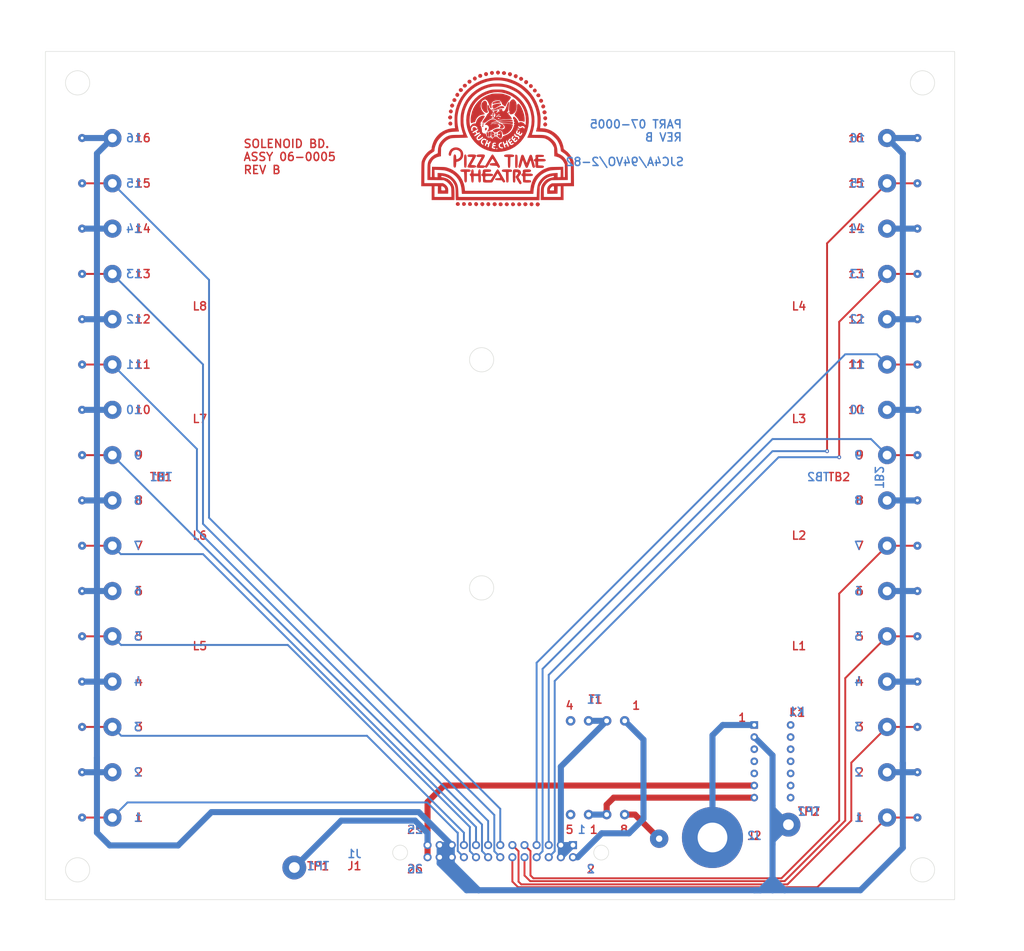
<source format=kicad_pcb>
(kicad_pcb (version 20221018) (generator pcbnew)
  (layers (0 "F.Cu" signal) (31 "B.Cu" signal) (34 "B.Paste" user) (35 "F.Paste" user) (36 "B.SilkS" user "B.Silkscreen") (37 "F.SilkS" user "F.Silkscreen") (38 "B.Mask" user) (39 "F.Mask" user) (44 "Edge.Cuts" user))
  (net 0 "")
  (net 1 "SIGNAL GND.")
  (net 2 "AUDIO")
  (net 3 "SC6")
  (net 4 "SC5")
  (net 5 "SC4")
  (net 6 "SC3")
  (net 7 "SC2")
  (net 8 "SC1")
  (net 9 "LC2")
  (net 10 "LC1")
  (net 11 "CC8")
  (net 12 "CC7")
  (net 13 "CC6")
  (net 14 "CC5")
  (net 15 "CC4")
  (net 16 "CC3")
  (net 17 "CC2")
  (net 18 "CC1")
  (net 19 "+24VDC")
  (net 20 "24R")
  (net 21 "Net-(J2-Ext)")
  (net 22 "Net-(K1-Pad7)")
  (net 25 "Net-(J2-In)")
  (footprint "TerminalBlock_Dinkle:TerminalBlock_Dinkle_DT-55-B01X-16_P10.00mm" (layer "F.Cu") (at 14.04 160.65 90)
    (fp_text reference "TB1")
    (fp_text value "Conn_01x16_Pin")
  )
  (footprint "Package_DIP:DIP-14_W7.62mm" (layer "F.Cu") (at 148.57 141.24)
    (fp_text reference "K1")
    (fp_text value "DIP relay")
  )
  (footprint "TerminalBlock_Dinkle:TerminalBlock_Dinkle_DT-55-B01X-16_P10.00mm" (layer "F.Cu") (at 176.41 160.65 90)
    (fp_text reference "TB2")
    (fp_text value "Conn_01x16_Pin")
  )
  (footprint "Evan's parts:PTT white_2" (layer "F.Cu") (at 93.77 18.28)
    (fp_text reference "G***" hide)
    (fp_text value "LOGO" hide)
  )
  (footprint "Transformer_THT:Transformer_Coilcraft_Q4434-B_Rhombus-T1311" (layer "F.Cu") (at 121.41 140.37 180)
    (fp_text reference "T1")
    (fp_text value "Transformer_SP_2S")
  )
  (footprint "Connector_Audio:Jack_6.35mm_Neutrik_NJ2FD-V_Vertical" (layer "F.Cu") (at 139.81 165.09)
    (fp_text reference "J2")
    (fp_text value "Conn_Coaxial")
  )
  (footprint "Connector_PinHeader_2.54mm:PinHeader_2x13_P2.54mm_Horizontal" (layer "F.Cu") (at 110.57 166.43 -90)
    (fp_text reference "J1")
    (fp_text value "character connector")
  )
  (footprint "TestPoint:TestPoint_Plated_Hole_D3.0mm" (layer "F.Cu") (at 155.73 162.15)
    (fp_text reference "TP2")
    (fp_text value "24v")
  )
  (footprint "TestPoint:TestPoint_Plated_Hole_D3.0mm" (layer "F.Cu") (at 52.16 171.13)
    (fp_text reference "TP1")
    (fp_text value "GND")
  )
  (gr_circle (center 91.42 64.65) (end 93.96 64.65) (stroke (width 0.1)) (fill none) (layer "Edge.Cuts"))
  (gr_circle (center 74.34 168) (end 75.9 168) (stroke (width 0.1)) (fill none) (layer "Edge.Cuts"))
  (gr_rect (start 0 0) (end 190.57 177.87) (stroke (width 0.1)) (fill none) (layer "Edge.Cuts"))
  (gr_circle (center 6.74 6.58) (end 9.28 6.58) (stroke (width 0.1)) (fill none) (layer "Edge.Cuts"))
  (gr_circle (center 116.49 168) (end 118.05 168) (stroke (width 0.1)) (fill none) (layer "Edge.Cuts"))
  (gr_circle (center 91.42 112.49) (end 93.96 112.49) (stroke (width 0.1)) (fill none) (layer "Edge.Cuts"))
  (gr_circle (center 183.83 171.62) (end 186.37 171.62) (stroke (width 0.1)) (fill none) (layer "Edge.Cuts"))
  (gr_circle (center 183.83 6.58) (end 186.37 6.58) (stroke (width 0.1)) (fill none) (layer "Edge.Cuts"))
  (gr_circle (center 6.74 171.62) (end 9.28 171.62) (stroke (width 0.1)) (fill none) (layer "Edge.Cuts"))
  (gr_text "14" (at 169.89 37.15) (layer "F.Cu") (effects (font (size 1.7 1.7) (thickness 0.3) bold)))
  (gr_text "11" (at 169.89 65.65) (layer "F.Cu") (effects (font (size 1.7 1.7) (thickness 0.3) bold)))
  (gr_text "L6" (at 32.36 101.5) (layer "F.Cu") (effects (font (size 1.7 1.7) (thickness 0.3) bold)))
  (gr_text "L3" (at 157.94 77.03) (layer "F.Cu") (effects (font (size 1.7 1.7) (thickness 0.3) bold)))
  (gr_text "6" (at 19.610476 113.15) (layer "F.Cu") (effects (font (size 1.7 1.7) (thickness 0.3) bold)))
  (gr_text "7" (at 19.610476 103.65) (layer "F.Cu") (effects (font (size 1.7 1.7) (thickness 0.3) bold)))
  (gr_text "16" (at 20.42 18.15) (layer "F.Cu") (effects (font (size 1.7 1.7) (thickness 0.3) bold)))
  (gr_text "SOLENOID BD.\nASSY 06-0005\nREV B" (at 41.37 25.82) (layer "F.Cu") (effects (font (size 1.7 1.7) (thickness 0.3) bold) (justify left bottom)))
  (gr_text "5" (at 170.699524 122.65) (layer "F.Cu") (effects (font (size 1.7 1.7) (thickness 0.3) bold)))
  (gr_text "26" (at 77.47 171.45) (layer "F.Cu") (effects (font (size 1.7 1.7) (thickness 0.3) bold)))
  (gr_text "L8" (at 32.36 53.42) (layer "F.Cu") (effects (font (size 1.7 1.7) (thickness 0.3) bold)))
  (gr_text "1" (at 114.935 163.195) (layer "F.Cu") (effects (font (size 1.7 1.7) (thickness 0.3) bold)))
  (gr_text "4" (at 109.855 137.16) (layer "F.Cu") (effects (font (size 1.7 1.7) (thickness 0.3) bold)))
  (gr_text "4" (at 170.699524 132.15) (layer "F.Cu") (effects (font (size 1.7 1.7) (thickness 0.3) bold)))
  (gr_text "13" (at 20.42 46.65) (layer "F.Cu") (effects (font (size 1.7 1.7) (thickness 0.3) bold)))
  (gr_text "1" (at 123.825 137.16) (layer "F.Cu") (effects (font (size 1.7 1.7) (thickness 0.3) bold)))
  (gr_text "15" (at 20.42 27.65) (layer "F.Cu") (effects (font (size 1.7 1.7) (thickness 0.3) bold)))
  (gr_text "16" (at 169.89 18.15) (layer "F.Cu") (effects (font (size 1.7 1.7) (thickness 0.3) bold)))
  (gr_text "5" (at 109.855 163.195) (layer "F.Cu") (effects (font (size 1.7 1.7) (thickness 0.3) bold)))
  (gr_text "L2" (at 157.94 101.5) (layer "F.Cu") (effects (font (size 1.7 1.7) (thickness 0.3) bold)))
  (gr_text "8" (at 19.610476 94.15) (layer "F.Cu") (effects (font (size 1.7 1.7) (thickness 0.3) bold)))
  (gr_text "3" (at 19.610476 141.65) (layer "F.Cu") (effects (font (size 1.7 1.7) (thickness 0.3) bold)))
  (gr_text "L7" (at 32.36 77.03) (layer "F.Cu") (effects (font (size 1.7 1.7) (thickness 0.3) bold)))
  (gr_text "7" (at 170.699524 103.65) (layer "F.Cu") (effects (font (size 1.7 1.7) (thickness 0.3) bold)))
  (gr_text "8" (at 170.699524 94.15) (layer "F.Cu") (effects (font (size 1.7 1.7) (thickness 0.3) bold)))
  (gr_text "13" (at 169.89 46.65) (layer "F.Cu") (effects (font (size 1.7 1.7) (thickness 0.3) bold)))
  (gr_text "14" (at 20.42 37.15) (layer "F.Cu") (effects (font (size 1.7 1.7) (thickness 0.3) bold)))
  (gr_text "10" (at 20.42 75.15) (layer "F.Cu") (effects (font (size 1.7 1.7) (thickness 0.3) bold)))
  (gr_text "9" (at 19.610476 84.65) (layer "F.Cu") (effects (font (size 1.7 1.7) (thickness 0.3) bold)))
  (gr_text "1" (at 19.610476 160.65) (layer "F.Cu") (effects (font (size 1.7 1.7) (thickness 0.3) bold)))
  (gr_text "12" (at 169.89 56.15) (layer "F.Cu") (effects (font (size 1.7 1.7) (thickness 0.3) bold)))
  (gr_text "4" (at 19.610476 132.15) (layer "F.Cu") (effects (font (size 1.7 1.7) (thickness 0.3) bold)))
  (gr_text "5" (at 19.610476 122.65) (layer "F.Cu") (effects (font (size 1.7 1.7) (thickness 0.3) bold)))
  (gr_text "10" (at 169.89 75.15) (layer "F.Cu") (effects (font (size 1.7 1.7) (thickness 0.3) bold)))
  (gr_text "25" (at 77.47 163.195) (layer "F.Cu") (effects (font (size 1.7 1.7) (thickness 0.3) bold)))
  (gr_text "2" (at 114.3 171.45) (layer "F.Cu") (effects (font (size 1.7 1.7) (thickness 0.3) bold)))
  (gr_text "1" (at 170.699524 160.65) (layer "F.Cu") (effects (font (size 1.7 1.7) (thickness 0.3) bold)))
  (gr_text "2" (at 19.610476 151.15) (layer "F.Cu") (effects (font (size 1.7 1.7) (thickness 0.3) bold)))
  (gr_text "3" (at 170.699524 141.65) (layer "F.Cu") (effects (font (size 1.7 1.7) (thickness 0.3) bold)))
  (gr_text "8" (at 121.285 163.195) (layer "F.Cu") (effects (font (size 1.7 1.7) (thickness 0.3) bold)))
  (gr_text "6" (at 170.699524 113.15) (layer "F.Cu") (effects (font (size 1.7 1.7) (thickness 0.3) bold)))
  (gr_text "L1" (at 157.94 124.68) (layer "F.Cu") (effects (font (size 1.7 1.7) (thickness 0.3) bold)))
  (gr_text "1" (at 146.05 139.7) (layer "F.Cu") (effects (font (size 1.7 1.7) (thickness 0.3) bold)))
  (gr_text "2" (at 170.699524 151.15) (layer "F.Cu") (effects (font (size 1.7 1.7) (thickness 0.3) bold)))
  (gr_text "15" (at 169.89 27.65) (layer "F.Cu") (effects (font (size 1.7 1.7) (thickness 0.3) bold)))
  (gr_text "9" (at 170.699524 84.65) (layer "F.Cu") (effects (font (size 1.7 1.7) (thickness 0.3) bold)))
  (gr_text "11" (at 20.42 65.65) (layer "F.Cu") (effects (font (size 1.7 1.7) (thickness 0.3) bold)))
  (gr_text "12" (at 20.42 56.15) (layer "F.Cu") (effects (font (size 1.7 1.7) (thickness 0.3) bold)))
  (gr_text "L5" (at 32.36 124.68) (layer "F.Cu") (effects (font (size 1.7 1.7) (thickness 0.3) bold)))
  (gr_text "L4" (at 157.94 53.42) (layer "F.Cu") (effects (font (size 1.7 1.7) (thickness 0.3) bold)))
  (gr_text "4" (at 170.363594 132.155) (layer "B.Cu") (effects (font (size 1.7 1.7) (thickness 0.3) bold) (justify mirror)))
  (gr_text "8" (at 19.339048 94.155) (layer "B.Cu") (effects (font (size 1.7 1.7) (thickness 0.3) bold) (justify mirror)))
  (gr_text "T1" (at 114.935 135.89) (layer "B.Cu") (effects (font (size 1.7 1.7) (thickness 0.3) bold) (justify mirror)))
  (gr_text "8" (at 170.363594 94.155) (layer "B.Cu") (effects (font (size 1.7 1.7) (thickness 0.3) bold) (justify mirror)))
  (gr_text "9" (at 19.339048 84.655) (layer "B.Cu") (effects (font (size 1.7 1.7) (thickness 0.3) bold) (justify mirror)))
  (gr_text "14" (at 170.18 37.155) (layer "B.Cu") (effects (font (size 1.7 1.7) (thickness 0.3) bold) (justify mirror)))
  (gr_text "10" (at 18.529524 75.155) (layer "B.Cu") (effects (font (size 1.7 1.7) (thickness 0.3) bold) (justify mirror)))
  (gr_text "6" (at 19.339048 113.155) (layer "B.Cu") (effects (font (size 1.7 1.7) (thickness 0.3) bold) (justify mirror)))
  (gr_text "14" (at 18.529524 37.155) (layer "B.Cu") (effects (font (size 1.7 1.7) (thickness 0.3) bold) (justify mirror)))
  (gr_text "1" (at 170.363594 160.655) (layer "B.Cu") (effects (font (size 1.7 1.7) (thickness 0.3) bold) (justify mirror)))
  (gr_text "13" (at 170.18 46.655) (layer "B.Cu") (effects (font (size 1.7 1.7) (thickness 0.3) bold) (justify mirror)))
  (gr_text "4" (at 19.339048 132.155) (layer "B.Cu") (effects (font (size 1.7 1.7) (thickness 0.3) bold) (justify mirror)))
  (gr_text "TB2" (at 174.713118 89.235 -90) (layer "B.Cu") (effects (font (size 1.7 1.7) (thickness 0.3) bold) (justify mirror)))
  (gr_text "6" (at 170.363594 113.155) (layer "B.Cu") (effects (font (size 1.7 1.7) (thickness 0.3) bold) (justify mirror)))
  (gr_text "25" (at 77.47 163.195) (layer "B.Cu") (effects (font (size 1.7 1.7) (thickness 0.3) bold) (justify mirror)))
  (gr_text "2" (at 114.3 171.45) (layer "B.Cu") (effects (font (size 1.7 1.7) (thickness 0.3) bold) (justify mirror)))
  (gr_text "J1" (at 64.77 168.275) (layer "B.Cu") (effects (font (size 1.7 1.7) (thickness 0.3) bold) (justify mirror)))
  (gr_text "7" (at 170.363594 103.655) (layer "B.Cu") (effects (font (size 1.7 1.7) (thickness 0.3) bold) (justify mirror)))
  (gr_text "11" (at 170.18 65.655) (layer "B.Cu") (effects (font (size 1.7 1.7) (thickness 0.3) bold) (justify mirror)))
  (gr_text "TB2" (at 161.98 89.23) (layer "B.Cu") (effects (font (size 1.7 1.7) (thickness 0.3) bold) (justify mirror)))
  (gr_text "16" (at 170.18 18.155) (layer "B.Cu") (effects (font (size 1.7 1.7) (thickness 0.3) bold) (justify mirror)))
  (gr_text "5" (at 19.339048 122.655) (layer "B.Cu") (effects (font (size 1.7 1.7) (thickness 0.3) bold) (justify mirror)))
  (gr_text "13" (at 18.529524 46.655) (layer "B.Cu") (effects (font (size 1.7 1.7) (thickness 0.3) bold) (justify mirror)))
  (gr_text "1" (at 112.395 163.195) (layer "B.Cu") (effects (font (size 1.7 1.7) (thickness 0.3) bold) (justify mirror)))
  (gr_text "15" (at 18.529524 27.655) (layer "B.Cu") (effects (font (size 1.7 1.7) (thickness 0.3) bold) (justify mirror)))
  (gr_text "26" (at 77.47 171.45) (layer "B.Cu") (effects (font (size 1.7 1.7) (thickness 0.3) bold) (justify mirror)))
  (gr_text "TB1" (at 24.22 89.23) (layer "B.Cu") (effects (font (size 1.7 1.7) (thickness 0.3) bold) (justify mirror)))
  (gr_text "5" (at 170.363594 122.655) (layer "B.Cu") (effects (font (size 1.7 1.7) (thickness 0.3) bold) (justify mirror)))
  (gr_text "SJC4A/94VO/2-82" (at 133.985 24.13) (layer "B.Cu") (effects (font (size 1.7 1.7) (thickness 0.3) bold) (justify left bottom mirror)))
  (gr_text "16" (at 18.529524 18.155) (layer "B.Cu") (effects (font (size 1.7 1.7) (thickness 0.3) bold) (justify mirror)))
  (gr_text "11" (at 18.529524 65.655) (layer "B.Cu") (effects (font (size 1.7 1.7) (thickness 0.3) bold) (justify mirror)))
  (gr_text "15" (at 170.18 27.655) (layer "B.Cu") (effects (font (size 1.7 1.7) (thickness 0.3) bold) (justify mirror)))
  (gr_text "PART 07-0005\nREV B" (at 133.58 18.99) (layer "B.Cu") (effects (font (size 1.7 1.7) (thickness 0.3) bold) (justify left bottom mirror)))
  (gr_text "12" (at 170.18 56.155) (layer "B.Cu") (effects (font (size 1.7 1.7) (thickness 0.3) bold) (justify mirror)))
  (gr_text "10" (at 170.18 75.155) (layer "B.Cu") (effects (font (size 1.7 1.7) (thickness 0.3) bold) (justify mirror)))
  (gr_text "1" (at 19.339048 160.655) (layer "B.Cu") (effects (font (size 1.7 1.7) (thickness 0.3) bold) (justify mirror)))
  (gr_text "12" (at 18.529524 56.155) (layer "B.Cu") (effects (font (size 1.7 1.7) (thickness 0.3) bold) (justify mirror)))
  (gr_text "2" (at 19.339048 151.155) (layer "B.Cu") (effects (font (size 1.7 1.7) (thickness 0.3) bold) (justify mirror)))
  (gr_text "TP2" (at 160.02 159.385) (layer "B.Cu") (effects (font (size 1.7 1.7) (thickness 0.3) bold) (justify mirror)))
  (gr_text "2" (at 170.363594 151.155) (layer "B.Cu") (effects (font (size 1.7 1.7) (thickness 0.3) bold) (justify mirror)))
  (gr_text "3" (at 19.339048 141.655) (layer "B.Cu") (effects (font (size 1.7 1.7) (thickness 0.3) bold) (justify mirror)))
  (gr_text "TP1" (at 57.15 170.815) (layer "B.Cu") (effects (font (size 1.7 1.7) (thickness 0.3) bold) (justify mirror)))
  (gr_text "7" (at 19.339048 103.655) (layer "B.Cu") (effects (font (size 1.7 1.7) (thickness 0.3) bold) (justify mirror)))
  (gr_text "J2" (at 148.59 164.465) (layer "B.Cu") (effects (font (size 1.7 1.7) (thickness 0.3) bold) (justify mirror)))
  (gr_text "3" (at 170.363594 141.655) (layer "B.Cu") (effects (font (size 1.7 1.7) (thickness 0.3) bold) (justify mirror)))
  (gr_text "9" (at 170.363594 84.655) (layer "B.Cu") (effects (font (size 1.7 1.7) (thickness 0.3) bold) (justify mirror)))
  (gr_text "K1" (at 157.48 138.43) (layer "B.Cu") (effects (font (size 1.7 1.7) (thickness 0.3) bold) (justify mirror)))
  (segment (start 108.03 168.97) (end 110.57 166.43) (width 1.27) (layer "B.Cu") (net 1))
  (segment (start 110.57 166.43) (end 108.03 166.43) (width 1.27) (layer "B.Cu") (net 1))
  (segment (start 108.03 166.43) (end 108.03 149.97) (width 1.27) (layer "B.Cu") (net 1))
  (segment (start 108.03 149.97) (end 117.63 140.37) (width 1.27) (layer "B.Cu") (net 1))
  (segment (start 108.03 166.43) (end 108.03 168.97) (width 1.27) (layer "B.Cu") (net 1))
  (segment (start 117.63 140.37) (end 113.85 140.37) (width 1.27) (layer "B.Cu") (net 1))
  (segment (start 111.573 168.97) (end 110.57 168.97) (width 1.27) (layer "B.Cu") (net 2))
  (segment (start 116.586 163.957) (end 111.573 168.97) (width 1.27) (layer "B.Cu") (net 2))
  (segment (start 122.301 163.957) (end 116.586 163.957) (width 1.27) (layer "B.Cu") (net 2))
  (segment (start 121.41 140.37) (end 125.349 144.309) (width 1.27) (layer "B.Cu") (net 2))
  (segment (start 125.349 144.309) (end 125.349 160.909) (width 1.27) (layer "B.Cu") (net 2))
  (segment (start 125.349 160.909) (end 122.301 163.957) (width 1.27) (layer "B.Cu") (net 2))
  (segment (start 163.83 83.82) (end 163.83 40.23) (width 0.4) (layer "F.Cu") (net 3))
  (segment (start 182.76 27.65) (end 176.41 27.65) (width 0.4) (layer "F.Cu") (net 3))
  (segment (start 163.83 40.23) (end 176.41 27.65) (width 0.4) (layer "F.Cu") (net 3))
  (via (at 163.83 83.82) (size 0.8) (drill 0.4) (layers "F.Cu" "B.Cu") (net 3))
  (segment (start 152.4 83.82) (end 163.83 83.82) (width 0.4) (layer "B.Cu") (net 3))
  (segment (start 105.49 130.73) (end 152.4 83.82) (width 0.4) (layer "B.Cu") (net 3))
  (segment (start 105.49 166.43) (end 105.49 130.73) (width 0.4) (layer "B.Cu") (net 3))
  (segment (start 166.37 56.69) (end 176.41 46.65) (width 0.4) (layer "F.Cu") (net 4))
  (segment (start 166.37 85.09) (end 166.37 56.69) (width 0.4) (layer "F.Cu") (net 4))
  (segment (start 182.76 46.65) (end 176.41 46.65) (width 0.4) (layer "F.Cu") (net 4))
  (via (at 166.37 85.09) (size 0.8) (drill 0.4) (layers "F.Cu" "B.Cu") (net 4))
  (segment (start 153.67 85.09) (end 166.37 85.09) (width 0.4) (layer "B.Cu") (net 4))
  (segment (start 105.49 168.97) (end 106.74 167.72) (width 0.4) (layer "B.Cu") (net 4))
  (segment (start 106.74 167.72) (end 106.74 132.02) (width 0.4) (layer "B.Cu") (net 4))
  (segment (start 106.74 132.02) (end 153.67 85.09) (width 0.4) (layer "B.Cu") (net 4))
  (segment (start 182.76 65.65) (end 176.41 65.65) (width 0.4) (layer "F.Cu") (net 5))
  (segment (start 176.41 65.65) (end 174.26 63.5) (width 0.4) (layer "B.Cu") (net 5))
  (segment (start 167.64 63.5) (end 102.95 128.19) (width 0.4) (layer "B.Cu") (net 5))
  (segment (start 102.95 128.19) (end 102.95 166.43) (width 0.4) (layer "B.Cu") (net 5))
  (segment (start 174.26 63.5) (end 167.64 63.5) (width 0.4) (layer "B.Cu") (net 5))
  (segment (start 182.76 84.65) (end 176.41 84.65) (width 0.4) (layer "F.Cu") (net 6))
  (segment (start 104.2 129.48) (end 104.2 167.72) (width 0.4) (layer "B.Cu") (net 6))
  (segment (start 176.41 84.65) (end 173.04 81.28) (width 0.4) (layer "B.Cu") (net 6))
  (segment (start 173.04 81.28) (end 152.4 81.28) (width 0.4) (layer "B.Cu") (net 6))
  (segment (start 104.2 167.72) (end 102.95 168.97) (width 0.4) (layer "B.Cu") (net 6))
  (segment (start 152.4 81.28) (end 104.2 129.48) (width 0.4) (layer "B.Cu") (net 6))
  (segment (start 182.76 103.65) (end 176.41 103.65) (width 0.4) (layer "F.Cu") (net 7))
  (segment (start 166.37 161.29) (end 154.27 173.39) (width 0.4) (layer "F.Cu") (net 7))
  (segment (start 102.27 173.39) (end 101.66 172.78) (width 0.4) (layer "F.Cu") (net 7))
  (segment (start 101.66 167.68) (end 100.41 166.43) (width 0.4) (layer "F.Cu") (net 7))
  (segment (start 154.27 173.39) (end 102.27 173.39) (width 0.4) (layer "F.Cu") (net 7))
  (segment (start 166.37 113.69) (end 166.37 161.29) (width 0.4) (layer "F.Cu") (net 7))
  (segment (start 101.66 172.78) (end 101.66 167.68) (width 0.4) (layer "F.Cu") (net 7))
  (segment (start 176.41 103.65) (end 166.37 113.69) (width 0.4) (layer "F.Cu") (net 7))
  (segment (start 182.76 122.65) (end 176.41 122.65) (width 0.4) (layer "F.Cu") (net 8))
  (segment (start 154.94 173.99) (end 101.6 173.99) (width 0.4) (layer "F.Cu") (net 8))
  (segment (start 101.6 173.99) (end 100.41 172.8) (width 0.4) (layer "F.Cu") (net 8))
  (segment (start 167.64 161.29) (end 154.94 173.99) (width 0.4) (layer "F.Cu") (net 8))
  (segment (start 176.41 122.65) (end 167.64 131.42) (width 0.4) (layer "F.Cu") (net 8))
  (segment (start 167.64 131.42) (end 167.64 161.29) (width 0.4) (layer "F.Cu") (net 8))
  (segment (start 100.41 172.8) (end 100.41 168.97) (width 0.4) (layer "F.Cu") (net 8))
  (segment (start 182.76 141.65) (end 176.41 141.65) (width 0.4) (layer "F.Cu") (net 9))
  (segment (start 99.16 174.09) (end 99.16 167.72) (width 0.4) (layer "F.Cu") (net 9))
  (segment (start 155.54 174.66) (end 99.73 174.66) (width 0.4) (layer "F.Cu") (net 9))
  (segment (start 168.91 161.29) (end 155.54 174.66) (width 0.4) (layer "F.Cu") (net 9))
  (segment (start 176.41 141.65) (end 168.91 149.15) (width 0.4) (layer "F.Cu") (net 9))
  (segment (start 99.73 174.66) (end 99.16 174.09) (width 0.4) (layer "F.Cu") (net 9))
  (segment (start 99.16 167.72) (end 97.87 166.43) (width 0.4) (layer "F.Cu") (net 9))
  (segment (start 168.91 149.15) (end 168.91 161.29) (width 0.4) (layer "F.Cu") (net 9))
  (segment (start 182.76 160.65) (end 176.41 160.65) (width 0.4) (layer "F.Cu") (net 10))
  (segment (start 99.06 175.26) (end 97.87 174.07) (width 0.4) (layer "F.Cu") (net 10))
  (segment (start 97.87 174.07) (end 97.87 168.97) (width 0.4) (layer "F.Cu") (net 10))
  (segment (start 161.8 175.26) (end 99.06 175.26) (width 0.4) (layer "F.Cu") (net 10))
  (segment (start 176.41 160.65) (end 161.8 175.26) (width 0.4) (layer "F.Cu") (net 10))
  (segment (start 7.69 27.65) (end 14.04 27.65) (width 0.4) (layer "F.Cu") (net 11))
  (segment (start 95.33 166.43) (end 95.33 158.83) (width 0.4) (layer "B.Cu") (net 11))
  (segment (start 34.29 97.79) (end 34.29 47.9) (width 0.4) (layer "B.Cu") (net 11))
  (segment (start 34.29 47.9) (end 14.04 27.65) (width 0.4) (layer "B.Cu") (net 11))
  (segment (start 95.33 158.83) (end 34.29 97.79) (width 0.4) (layer "B.Cu") (net 11))
  (segment (start 7.69 46.65) (end 14.04 46.65) (width 0.4) (layer "F.Cu") (net 12))
  (segment (start 33.02 99.06) (end 33.02 65.63) (width 0.4) (layer "B.Cu") (net 12))
  (segment (start 95.33 168.97) (end 94.08 167.72) (width 0.4) (layer "B.Cu") (net 12))
  (segment (start 94.08 167.72) (end 94.08 160.12) (width 0.4) (layer "B.Cu") (net 12))
  (segment (start 94.08 160.12) (end 33.02 99.06) (width 0.4) (layer "B.Cu") (net 12))
  (segment (start 33.02 65.63) (end 14.04 46.65) (width 0.4) (layer "B.Cu") (net 12))
  (segment (start 7.69 65.65) (end 14.04 65.65) (width 0.4) (layer "F.Cu") (net 13))
  (segment (start 31.75 100.33) (end 31.75 83.36) (width 0.4) (layer "B.Cu") (net 13))
  (segment (start 31.75 83.36) (end 14.04 65.65) (width 0.4) (layer "B.Cu") (net 13))
  (segment (start 92.79 166.43) (end 92.79 161.37) (width 0.4) (layer "B.Cu") (net 13))
  (segment (start 92.79 161.37) (end 31.75 100.33) (width 0.4) (layer "B.Cu") (net 13))
  (segment (start 7.69 84.65) (end 14.04 84.65) (width 0.4) (layer "F.Cu") (net 14))
  (segment (start 14.04 84.65) (end 91.5 162.11) (width 0.4) (layer "B.Cu") (net 14))
  (segment (start 91.5 167.68) (end 92.79 168.97) (width 0.4) (layer "B.Cu") (net 14))
  (segment (start 91.5 162.11) (end 91.5 167.68) (width 0.4) (layer "B.Cu") (net 14))
  (segment (start 7.69 103.65) (end 14.04 103.65) (width 0.4) (layer "F.Cu") (net 15))
  (segment (start 90.25 162.64) (end 33.02 105.41) (width 0.4) (layer "B.Cu") (net 15))
  (segment (start 15.8 105.41) (end 14.04 103.65) (width 0.4) (layer "B.Cu") (net 15))
  (segment (start 90.25 166.43) (end 90.25 162.64) (width 0.4) (layer "B.Cu") (net 15))
  (segment (start 33.02 105.41) (end 15.8 105.41) (width 0.4) (layer "B.Cu") (net 15))
  (segment (start 7.69 122.65) (end 14.04 122.65) (width 0.4) (layer "F.Cu") (net 16))
  (segment (start 88.96 167.68) (end 88.96 162.62) (width 0.4) (layer "B.Cu") (net 16))
  (segment (start 88.96 162.62) (end 50.8 124.46) (width 0.4) (layer "B.Cu") (net 16))
  (segment (start 50.8 124.46) (end 15.85 124.46) (width 0.4) (layer "B.Cu") (net 16))
  (segment (start 90.25 168.97) (end 88.96 167.68) (width 0.4) (layer "B.Cu") (net 16))
  (segment (start 15.85 124.46) (end 14.04 122.65) (width 0.4) (layer "B.Cu") (net 16))
  (segment (start 7.69 141.65) (end 14.04 141.65) (width 0.4) (layer "F.Cu") (net 17))
  (segment (start 87.71 166.43) (end 87.71 163.83) (width 0.4) (layer "B.Cu") (net 17))
  (segment (start 15.9 143.51) (end 14.04 141.65) (width 0.4) (layer "B.Cu") (net 17))
  (segment (start 87.71 163.83) (end 67.39 143.51) (width 0.4) (layer "B.Cu") (net 17))
  (segment (start 67.39 143.51) (end 15.9 143.51) (width 0.4) (layer "B.Cu") (net 17))
  (segment (start 7.69 160.65) (end 14.04 160.65) (width 0.4) (layer "F.Cu") (net 18))
  (segment (start 17.21 157.48) (end 14.04 160.65) (width 0.4) (layer "B.Cu") (net 18))
  (segment (start 86.42 163.83) (end 86.36 163.83) (width 0.4) (layer "B.Cu") (net 18))
  (segment (start 86.42 167.68) (end 86.42 163.83) (width 0.4) (layer "B.Cu") (net 18))
  (segment (start 80.01 157.48) (end 17.21 157.48) (width 0.4) (layer "B.Cu") (net 18))
  (segment (start 87.71 168.97) (end 86.42 167.68) (width 0.4) (layer "B.Cu") (net 18))
  (segment (start 86.36 163.83) (end 80.01 157.48) (width 0.4) (layer "B.Cu") (net 18))
  (segment (start 154.94 175.895) (end 152.4 173.355) (width 1.27) (layer "B.Cu") (net 19))
  (segment (start 152.4 165.48) (end 152.4 166.37) (width 1.27) (layer "B.Cu") (net 19))
  (segment (start 152.4 173.355) (end 149.86 175.895) (width 1.27) (layer "B.Cu") (net 19))
  (segment (start 10.795 163.83) (end 13.462 166.497) (width 1.27) (layer "B.Cu") (net 19))
  (segment (start 155.73 162.15) (end 152.4 165.48) (width 1.27) (layer "B.Cu") (net 19))
  (segment (start 176.41 113.15) (end 182.76 113.15) (width 1.27) (layer "B.Cu") (net 19))
  (segment (start 152.4 147.61) (end 152.4 158.115) (width 1.27) (layer "B.Cu") (net 19))
  (segment (start 90.805 175.895) (end 85.17 170.26) (width 1.27) (layer "B.Cu") (net 19))
  (segment (start 152.4 158.115) (end 152.4 166.37) (width 1.27) (layer "B.Cu") (net 19))
  (segment (start 85.17 170.26) (end 85.17 168.97) (width 1.27) (layer "B.Cu") (net 19))
  (segment (start 176.41 18.15) (end 182.76 18.15) (width 1.27) (layer "B.Cu") (net 19))
  (segment (start 152.4 175.895) (end 154.94 175.895) (width 1.27) (layer "B.Cu") (net 19))
  (segment (start 7.69 75.15) (end 14.04 75.15) (width 1.27) (layer "B.Cu") (net 19))
  (segment (start 27.813 166.497) (end 34.798 159.512) (width 1.27) (layer "B.Cu") (net 19))
  (segment (start 179.705 37.15) (end 179.705 149.225) (width 1.27) (layer "B.Cu") (net 19))
  (segment (start 176.41 37.15) (end 179.705 37.15) (width 1.27) (layer "B.Cu") (net 19))
  (segment (start 152.4 173.355) (end 152.4 175.895) (width 1.27) (layer "B.Cu") (net 19))
  (segment (start 176.41 75.15) (end 182.76 75.15) (width 1.27) (layer "B.Cu") (net 19))
  (segment (start 179.705 21.445) (end 179.705 37.15) (width 1.27) (layer "B.Cu") (net 19))
  (segment (start 13.462 166.497) (end 27.813 166.497) (width 1.27) (layer "B.Cu") (net 19))
  (segment (start 179.705 149.225) (end 179.705 151.15) (width 1.27) (layer "B.Cu") (net 19))
  (segment (start 152.4 166.37) (end 152.4 173.355) (width 1.27) (layer "B.Cu") (net 19))
  (segment (start 78.252 159.512) (end 85.17 166.43) (width 1.27) (layer "B.Cu") (net 19))
  (segment (start 7.69 56.15) (end 14.04 56.15) (width 1.27) (layer "B.Cu") (net 19))
  (segment (start 155.73 162.15) (end 152.4 158.82) (width 1.27) (layer "B.Cu") (net 19))
  (segment (start 10.795 151.15) (end 14.04 151.15) (width 1.27) (layer "B.Cu") (net 19))
  (segment (start 14.04 18.15) (end 10.795 21.395) (width 1.27) (layer "B.Cu") (net 19))
  (segment (start 179.705 151.15) (end 182.76 151.15) (width 1.27) (layer "B.Cu") (net 19))
  (segment (start 7.69 151.15) (end 10.795 151.15) (width 1.27) (layer "B.Cu") (net 19))
  (segment (start 7.69 18.15) (end 14.04 18.15) (width 1.27) (layer "B.Cu") (net 19))
  (segment (start 7.69 37.15) (end 14.04 37.15) (width 1.27) (layer "B.Cu") (net 19))
  (segment (start 7.69 132.15) (end 14.04 132.15) (width 1.27) (layer "B.Cu") (net 19))
  (segment (start 148.57 143.78) (end 152.4 147.61) (width 1.27) (layer "B.Cu") (net 19))
  (segment (start 152.4 175.895) (end 148.59 175.895) (width 1.27) (layer "B.Cu") (net 19))
  (segment (start 148.59 175.895) (end 90.805 175.895) (width 1.27) (layer "B.Cu") (net 19))
  (segment (start 7.69 113.15) (end 14.04 113.15) (width 1.27) (layer "B.Cu") (net 19))
  (segment (start 179.705 37.15) (end 182.76 37.15) (width 1.27) (layer "B.Cu") (net 19))
  (segment (start 82.63 170.26) (end 82.63 168.97) (width 1.27) (layer "B.Cu") (net 19))
  (segment (start 10.795 21.395) (end 10.795 148.082) (width 1.27) (layer "B.Cu") (net 19))
  (segment (start 85.17 166.43) (end 82.63 166.43) (width 1.27) (layer "B.Cu") (net 19))
  (segment (start 179.705 167.005) (end 179.705 149.225) (width 1.27) (layer "B.Cu") (net 19))
  (segment (start 85.17 168.97) (end 85.17 166.43) (width 1.27) (layer "B.Cu") (net 19))
  (segment (start 176.41 132.15) (end 182.76 132.15) (width 1.27) (layer "B.Cu") (net 19))
  (segment (start 170.815 175.895) (end 179.705 167.005) (width 1.27) (layer "B.Cu") (net 19))
  (segment (start 90.805 175.895) (end 88.265 175.895) (width 1.27) (layer "B.Cu") (net 19))
  (segment (start 82.63 168.97) (end 82.63 166.43) (width 1.27) (layer "B.Cu") (net 19))
  (segment (start 7.69 94.15) (end 14.04 94.15) (width 1.27) (layer "B.Cu") (net 19))
  (segment (start 10.795 148.082) (end 10.795 151.15) (width 1.27) (layer "B.Cu") (net 19))
  (segment (start 176.41 18.15) (end 179.705 21.445) (width 1.27) (layer "B.Cu") (net 19))
  (segment (start 154.94 175.895) (end 170.815 175.895) (width 1.27) (layer "B.Cu") (net 19))
  (segment (start 152.4 158.82) (end 152.4 158.115) (width 1.27) (layer "B.Cu") (net 19))
  (segment (start 176.41 151.15) (end 179.705 151.15) (width 1.27) (layer "B.Cu") (net 19))
  (segment (start 34.798 159.512) (end 78.252 159.512) (width 1.27) (layer "B.Cu") (net 19))
  (segment (start 149.86 175.895) (end 148.59 175.895) (width 1.27) (layer "B.Cu") (net 19))
  (segment (start 176.41 94.15) (end 182.76 94.15) (width 1.27) (layer "B.Cu") (net 19))
  (segment (start 176.41 56.15) (end 182.76 56.15) (width 1.27) (layer "B.Cu") (net 19))
  (segment (start 88.265 175.895) (end 82.63 170.26) (width 1.27) (layer "B.Cu") (net 19))
  (segment (start 10.795 148.082) (end 10.795 163.83) (width 1.27) (layer "B.Cu") (net 19))
  (segment (start 80.09 166.43) (end 80.09 168.97) (width 1.27) (layer "F.Cu") (net 20))
  (segment (start 80.09 157.4) (end 80.09 166.43) (width 1.27) (layer "F.Cu") (net 20))
  (segment (start 148.57 153.94) (end 83.55 153.94) (width 1.27) (layer "F.Cu") (net 20))
  (segment (start 83.55 153.94) (end 80.09 157.4) (width 1.27) (layer "F.Cu") (net 20))
  (segment (start 80.09 163.916453) (end 77.47 161.296453) (width 1.27) (layer "B.Cu") (net 20))
  (segment (start 80.09 166.43) (end 80.09 163.916453) (width 1.27) (layer "B.Cu") (net 20))
  (segment (start 77.47 161.296453) (end 61.993547 161.296453) (width 1.27) (layer "B.Cu") (net 20))
  (segment (start 61.993547 161.296453) (end 52.16 171.13) (width 1.27) (layer "B.Cu") (net 20))
  (segment (start 141.97 141.24) (end 139.81 143.4) (width 1.27) (layer "B.Cu") (net 21))
  (segment (start 148.57 141.24) (end 141.97 141.24) (width 1.27) (layer "B.Cu") (net 21))
  (segment (start 139.81 143.4) (end 139.81 164.836) (width 1.27) (layer "B.Cu") (net 21))
  (segment (start 117.63 157.96) (end 117.63 160.03) (width 1.27) (layer "F.Cu") (net 22))
  (segment (start 119.11 156.48) (end 117.63 157.96) (width 1.27) (layer "F.Cu") (net 22))
  (segment (start 148.57 156.48) (end 119.11 156.48) (width 1.27) (layer "F.Cu") (net 22))
  (segment (start 117.63 160.03) (end 113.85 160.03) (width 1.27) (layer "B.Cu") (net 22))
  (segment (start 123.57 160.03) (end 121.41 160.03) (width 1.27) (layer "F.Cu") (net 25))
  (segment (start 128.63 165.09) (end 123.57 160.03) (width 1.27) (layer "F.Cu") (net 25))
  (zone (net 19) (net_name "+24VDC") (layer "B.Cu") (priority 1) (connect_pads yes (clearance 0.5)) (min_thickness 0.25) (fill yes (thermal_gap 0.5) (thermal_bridge_width 0.5))
    (polygon (pts (xy 152.4 173.99) (xy 154.94 175.895) (xy 149.86 175.895)))
  )
  (zone (net 19) (net_name "+24VDC") (layer "B.Cu") (connect_pads yes (clearance 0.5)) (min_thickness 0.25) (fill yes (thermal_gap 0.5) (thermal_bridge_width 0.5))
    (polygon (pts (xy 155.575 161.925) (xy 152.4 158.75) (xy 152.4 165.1)))
  )
  (zone (net 1) (net_name "SIGNAL GND.") (layer "B.Cu") (priority 3) (connect_pads yes (clearance 0.5)) (min_thickness 0.25) (fill yes (thermal_gap 0.5) (thermal_bridge_width 0.5))
    (polygon (pts (xy 111.125 166.37) (xy 107.95 168.91) (xy 107.95 166.37)))
  )
  (zone (net 19) (net_name "+24VDC") (layer "B.Cu") (priority 2) (connect_pads yes (clearance 0.5)) (min_thickness 0.25) (fill yes (thermal_gap 0.5) (thermal_bridge_width 0.5))
    (polygon (pts (xy 90.805 175.895) (xy 85.09 170.18) (xy 85.09 166.37) (xy 82.55 166.37) (xy 82.55 170.18) (xy 88.265 175.895)))
  )
)
</source>
